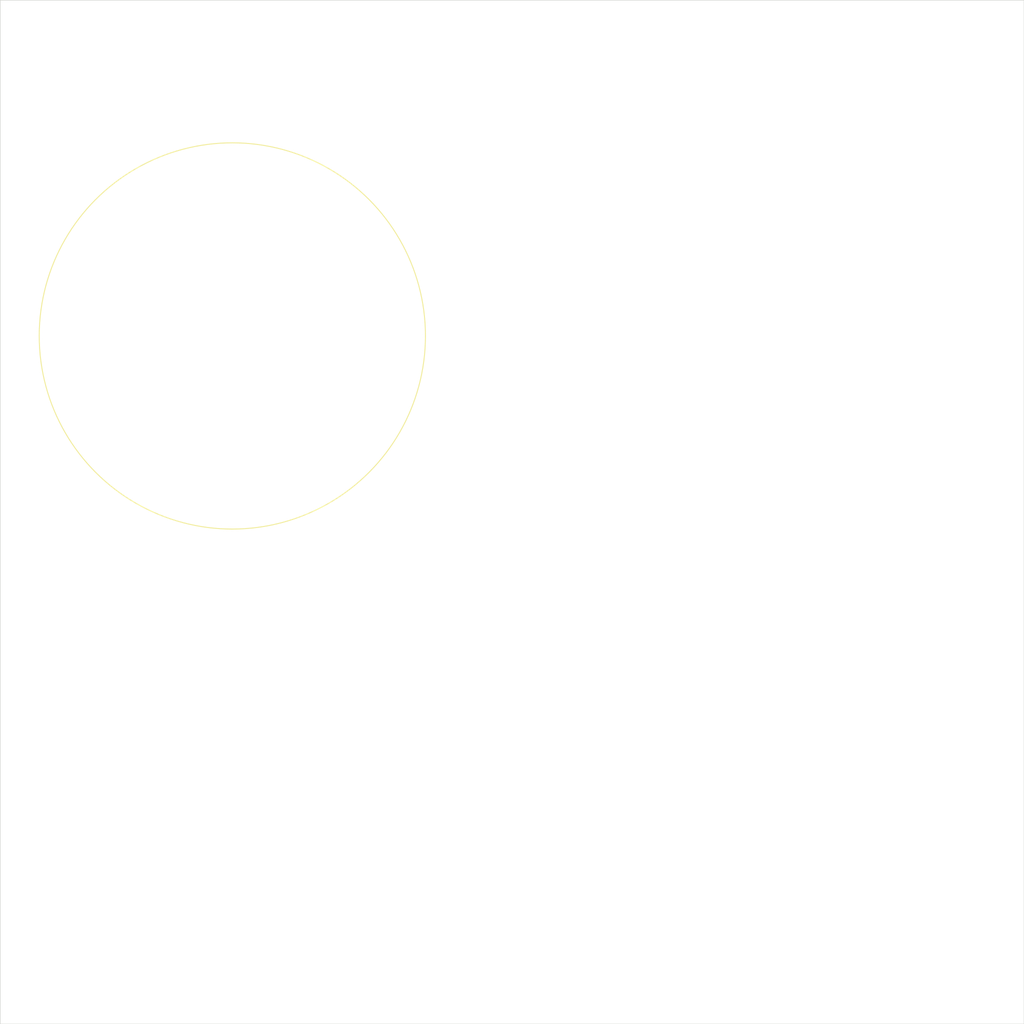
<source format=kicad_pcb>
(kicad_pcb
	(version 20241229)
	(generator "pcbnew")
	(generator_version "9.0")
	(general
		(thickness 1.6)
		(legacy_teardrops no)
	)
	(paper "A4")
	(layers
		(0 "F.Cu" signal)
		(2 "B.Cu" signal)
		(9 "F.Adhes" user "F.Adhesive")
		(11 "B.Adhes" user "B.Adhesive")
		(13 "F.Paste" user)
		(15 "B.Paste" user)
		(5 "F.SilkS" user "F.Silkscreen")
		(7 "B.SilkS" user "B.Silkscreen")
		(1 "F.Mask" user)
		(3 "B.Mask" user)
		(17 "Dwgs.User" user "User.Drawings")
		(19 "Cmts.User" user "User.Comments")
		(21 "Eco1.User" user "User.Eco1")
		(23 "Eco2.User" user "User.Eco2")
		(25 "Edge.Cuts" user)
		(27 "Margin" user)
		(31 "F.CrtYd" user "F.Courtyard")
		(29 "B.CrtYd" user "B.Courtyard")
		(35 "F.Fab" user)
		(33 "B.Fab" user)
		(39 "User.1" user)
		(41 "User.2" user)
		(43 "User.3" user)
		(45 "User.4" user)
	)
	(setup
		(pad_to_mask_clearance 0)
		(allow_soldermask_bridges_in_footprints no)
		(tenting front back)
		(pcbplotparams
			(layerselection 0x00000000_00000000_55555555_5755f5ff)
			(plot_on_all_layers_selection 0x00000000_00000000_00000000_00000000)
			(disableapertmacros no)
			(usegerberextensions no)
			(usegerberattributes yes)
			(usegerberadvancedattributes yes)
			(creategerberjobfile yes)
			(dashed_line_dash_ratio 12.000000)
			(dashed_line_gap_ratio 3.000000)
			(svgprecision 4)
			(plotframeref no)
			(mode 1)
			(useauxorigin no)
			(hpglpennumber 1)
			(hpglpenspeed 20)
			(hpglpendiameter 15.000000)
			(pdf_front_fp_property_popups yes)
			(pdf_back_fp_property_popups yes)
			(pdf_metadata yes)
			(pdf_single_document no)
			(dxfpolygonmode yes)
			(dxfimperialunits yes)
			(dxfusepcbnewfont yes)
			(psnegative no)
			(psa4output no)
			(plot_black_and_white yes)
			(plotinvisibletext no)
			(sketchpadsonfab no)
			(plotpadnumbers no)
			(hidednponfab no)
			(sketchdnponfab yes)
			(crossoutdnponfab yes)
			(subtractmaskfromsilk no)
			(outputformat 1)
			(mirror no)
			(drillshape 1)
			(scaleselection 1)
			(outputdirectory "")
		)
	)
	(net 0 "")
	(gr_circle
		(center 72.67 82.79)
		(end 85.68 96.45)
		(stroke
			(width 0.1)
			(type default)
		)
		(fill no)
		(layer "F.SilkS")
		(uuid "3a3b8e13-5359-4ff7-b752-9e5984538659")
	)
	(gr_rect
		(start 50 50)
		(end 150 150)
		(stroke
			(width 0.05)
			(type solid)
		)
		(fill no)
		(layer "Edge.Cuts")
		(uuid "a2038340-83af-4064-824c-f4571468d80e")
	)
	(embedded_fonts no)
)

</source>
